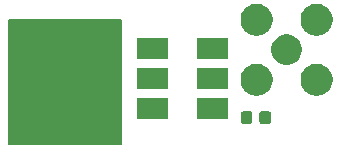
<source format=gbr>
G04 #@! TF.GenerationSoftware,KiCad,Pcbnew,(5.0.2)-1*
G04 #@! TF.CreationDate,2020-08-06T16:14:57-05:00*
G04 #@! TF.ProjectId,xform-plug,78666f72-6d2d-4706-9c75-672e6b696361,rev?*
G04 #@! TF.SameCoordinates,Original*
G04 #@! TF.FileFunction,Soldermask,Top*
G04 #@! TF.FilePolarity,Negative*
%FSLAX46Y46*%
G04 Gerber Fmt 4.6, Leading zero omitted, Abs format (unit mm)*
G04 Created by KiCad (PCBNEW (5.0.2)-1) date 8/6/2020 4:14:57 PM*
%MOMM*%
%LPD*%
G01*
G04 APERTURE LIST*
%ADD10C,0.150000*%
%ADD11C,0.100000*%
G04 APERTURE END LIST*
D10*
G36*
X0Y5000000D02*
X9500000Y5000000D01*
X9500000Y-5500000D01*
X0Y-5500000D01*
X0Y5000000D01*
G37*
X0Y5000000D02*
X9500000Y5000000D01*
X9500000Y-5500000D01*
X0Y-5500000D01*
X0Y5000000D01*
D11*
G36*
X20454591Y-2778085D02*
X20488569Y-2788393D01*
X20519887Y-2805133D01*
X20547339Y-2827661D01*
X20569867Y-2855113D01*
X20586607Y-2886431D01*
X20596915Y-2920409D01*
X20601000Y-2961890D01*
X20601000Y-3638110D01*
X20596915Y-3679591D01*
X20586607Y-3713569D01*
X20569867Y-3744887D01*
X20547339Y-3772339D01*
X20519887Y-3794867D01*
X20488569Y-3811607D01*
X20454591Y-3821915D01*
X20413110Y-3826000D01*
X19811890Y-3826000D01*
X19770409Y-3821915D01*
X19736431Y-3811607D01*
X19705113Y-3794867D01*
X19677661Y-3772339D01*
X19655133Y-3744887D01*
X19638393Y-3713569D01*
X19628085Y-3679591D01*
X19624000Y-3638110D01*
X19624000Y-2961890D01*
X19628085Y-2920409D01*
X19638393Y-2886431D01*
X19655133Y-2855113D01*
X19677661Y-2827661D01*
X19705113Y-2805133D01*
X19736431Y-2788393D01*
X19770409Y-2778085D01*
X19811890Y-2774000D01*
X20413110Y-2774000D01*
X20454591Y-2778085D01*
X20454591Y-2778085D01*
G37*
G36*
X22029591Y-2778085D02*
X22063569Y-2788393D01*
X22094887Y-2805133D01*
X22122339Y-2827661D01*
X22144867Y-2855113D01*
X22161607Y-2886431D01*
X22171915Y-2920409D01*
X22176000Y-2961890D01*
X22176000Y-3638110D01*
X22171915Y-3679591D01*
X22161607Y-3713569D01*
X22144867Y-3744887D01*
X22122339Y-3772339D01*
X22094887Y-3794867D01*
X22063569Y-3811607D01*
X22029591Y-3821915D01*
X21988110Y-3826000D01*
X21386890Y-3826000D01*
X21345409Y-3821915D01*
X21311431Y-3811607D01*
X21280113Y-3794867D01*
X21252661Y-3772339D01*
X21230133Y-3744887D01*
X21213393Y-3713569D01*
X21203085Y-3679591D01*
X21199000Y-3638110D01*
X21199000Y-2961890D01*
X21203085Y-2920409D01*
X21213393Y-2886431D01*
X21230133Y-2855113D01*
X21252661Y-2827661D01*
X21280113Y-2805133D01*
X21311431Y-2788393D01*
X21345409Y-2778085D01*
X21386890Y-2774000D01*
X21988110Y-2774000D01*
X22029591Y-2778085D01*
X22029591Y-2778085D01*
G37*
G36*
X13481000Y-3416000D02*
X10839000Y-3416000D01*
X10839000Y-1664000D01*
X13481000Y-1664000D01*
X13481000Y-3416000D01*
X13481000Y-3416000D01*
G37*
G36*
X18561000Y-3416000D02*
X15919000Y-3416000D01*
X15919000Y-1664000D01*
X18561000Y-1664000D01*
X18561000Y-3416000D01*
X18561000Y-3416000D01*
G37*
G36*
X26303567Y1235041D02*
X26434072Y1209082D01*
X26679939Y1107241D01*
X26900464Y959890D01*
X26901215Y959388D01*
X27089388Y771215D01*
X27089390Y771212D01*
X27237241Y549939D01*
X27339082Y304072D01*
X27391000Y43062D01*
X27391000Y-223062D01*
X27339082Y-484072D01*
X27237241Y-729939D01*
X27139645Y-876000D01*
X27089388Y-951215D01*
X26901215Y-1139388D01*
X26901212Y-1139390D01*
X26679939Y-1287241D01*
X26434072Y-1389082D01*
X26303567Y-1415041D01*
X26173063Y-1441000D01*
X25906937Y-1441000D01*
X25776433Y-1415041D01*
X25645928Y-1389082D01*
X25400061Y-1287241D01*
X25178788Y-1139390D01*
X25178785Y-1139388D01*
X24990612Y-951215D01*
X24940355Y-876000D01*
X24842759Y-729939D01*
X24740918Y-484072D01*
X24689000Y-223062D01*
X24689000Y43062D01*
X24740918Y304072D01*
X24842759Y549939D01*
X24990610Y771212D01*
X24990612Y771215D01*
X25178785Y959388D01*
X25179536Y959890D01*
X25400061Y1107241D01*
X25645928Y1209082D01*
X25776433Y1235041D01*
X25906937Y1261000D01*
X26173063Y1261000D01*
X26303567Y1235041D01*
X26303567Y1235041D01*
G37*
G36*
X21223567Y1235041D02*
X21354072Y1209082D01*
X21599939Y1107241D01*
X21820464Y959890D01*
X21821215Y959388D01*
X22009388Y771215D01*
X22009390Y771212D01*
X22157241Y549939D01*
X22259082Y304072D01*
X22311000Y43062D01*
X22311000Y-223062D01*
X22259082Y-484072D01*
X22157241Y-729939D01*
X22059645Y-876000D01*
X22009388Y-951215D01*
X21821215Y-1139388D01*
X21821212Y-1139390D01*
X21599939Y-1287241D01*
X21354072Y-1389082D01*
X21223567Y-1415041D01*
X21093063Y-1441000D01*
X20826937Y-1441000D01*
X20696433Y-1415041D01*
X20565928Y-1389082D01*
X20320061Y-1287241D01*
X20098788Y-1139390D01*
X20098785Y-1139388D01*
X19910612Y-951215D01*
X19860355Y-876000D01*
X19762759Y-729939D01*
X19660918Y-484072D01*
X19609000Y-223062D01*
X19609000Y43062D01*
X19660918Y304072D01*
X19762759Y549939D01*
X19910610Y771212D01*
X19910612Y771215D01*
X20098785Y959388D01*
X20099536Y959890D01*
X20320061Y1107241D01*
X20565928Y1209082D01*
X20696433Y1235041D01*
X20826937Y1261000D01*
X21093063Y1261000D01*
X21223567Y1235041D01*
X21223567Y1235041D01*
G37*
G36*
X18561000Y-876000D02*
X15919000Y-876000D01*
X15919000Y876000D01*
X18561000Y876000D01*
X18561000Y-876000D01*
X18561000Y-876000D01*
G37*
G36*
X13481000Y-876000D02*
X10839000Y-876000D01*
X10839000Y876000D01*
X13481000Y876000D01*
X13481000Y-876000D01*
X13481000Y-876000D01*
G37*
G36*
X23879485Y3701004D02*
X23879487Y3701003D01*
X23879488Y3701003D01*
X24116255Y3602931D01*
X24329342Y3460551D01*
X24510551Y3279342D01*
X24652931Y3066255D01*
X24751004Y2829485D01*
X24801000Y2578139D01*
X24801000Y2321861D01*
X24751004Y2070515D01*
X24652931Y1833745D01*
X24510551Y1620658D01*
X24329342Y1439449D01*
X24329339Y1439447D01*
X24116255Y1297069D01*
X23879488Y1198997D01*
X23879487Y1198997D01*
X23879485Y1198996D01*
X23628139Y1149000D01*
X23371861Y1149000D01*
X23120515Y1198996D01*
X23120513Y1198997D01*
X23120512Y1198997D01*
X22883745Y1297069D01*
X22670661Y1439447D01*
X22670658Y1439449D01*
X22489449Y1620658D01*
X22347069Y1833745D01*
X22248996Y2070515D01*
X22199000Y2321861D01*
X22199000Y2578139D01*
X22248996Y2829485D01*
X22347069Y3066255D01*
X22489449Y3279342D01*
X22670658Y3460551D01*
X22883745Y3602931D01*
X23120512Y3701003D01*
X23120513Y3701003D01*
X23120515Y3701004D01*
X23371861Y3751000D01*
X23628139Y3751000D01*
X23879485Y3701004D01*
X23879485Y3701004D01*
G37*
G36*
X13481000Y1664000D02*
X10839000Y1664000D01*
X10839000Y3416000D01*
X13481000Y3416000D01*
X13481000Y1664000D01*
X13481000Y1664000D01*
G37*
G36*
X18561000Y1664000D02*
X15919000Y1664000D01*
X15919000Y3416000D01*
X18561000Y3416000D01*
X18561000Y1664000D01*
X18561000Y1664000D01*
G37*
G36*
X21223567Y6315041D02*
X21354072Y6289082D01*
X21599939Y6187241D01*
X21820464Y6039890D01*
X21821215Y6039388D01*
X22009388Y5851215D01*
X22009390Y5851212D01*
X22157241Y5629939D01*
X22259082Y5384072D01*
X22311000Y5123062D01*
X22311000Y4856938D01*
X22259082Y4595928D01*
X22157241Y4350061D01*
X22009890Y4129536D01*
X22009388Y4128785D01*
X21821215Y3940612D01*
X21821212Y3940610D01*
X21599939Y3792759D01*
X21354072Y3690918D01*
X21223567Y3664959D01*
X21093063Y3639000D01*
X20826937Y3639000D01*
X20696433Y3664959D01*
X20565928Y3690918D01*
X20320061Y3792759D01*
X20098788Y3940610D01*
X20098785Y3940612D01*
X19910612Y4128785D01*
X19910110Y4129536D01*
X19762759Y4350061D01*
X19660918Y4595928D01*
X19609000Y4856938D01*
X19609000Y5123062D01*
X19660918Y5384072D01*
X19762759Y5629939D01*
X19910610Y5851212D01*
X19910612Y5851215D01*
X20098785Y6039388D01*
X20099536Y6039890D01*
X20320061Y6187241D01*
X20565928Y6289082D01*
X20696433Y6315041D01*
X20826937Y6341000D01*
X21093063Y6341000D01*
X21223567Y6315041D01*
X21223567Y6315041D01*
G37*
G36*
X26303567Y6315041D02*
X26434072Y6289082D01*
X26679939Y6187241D01*
X26900464Y6039890D01*
X26901215Y6039388D01*
X27089388Y5851215D01*
X27089390Y5851212D01*
X27237241Y5629939D01*
X27339082Y5384072D01*
X27391000Y5123062D01*
X27391000Y4856938D01*
X27339082Y4595928D01*
X27237241Y4350061D01*
X27089890Y4129536D01*
X27089388Y4128785D01*
X26901215Y3940612D01*
X26901212Y3940610D01*
X26679939Y3792759D01*
X26434072Y3690918D01*
X26303567Y3664959D01*
X26173063Y3639000D01*
X25906937Y3639000D01*
X25776433Y3664959D01*
X25645928Y3690918D01*
X25400061Y3792759D01*
X25178788Y3940610D01*
X25178785Y3940612D01*
X24990612Y4128785D01*
X24990110Y4129536D01*
X24842759Y4350061D01*
X24740918Y4595928D01*
X24689000Y4856938D01*
X24689000Y5123062D01*
X24740918Y5384072D01*
X24842759Y5629939D01*
X24990610Y5851212D01*
X24990612Y5851215D01*
X25178785Y6039388D01*
X25179536Y6039890D01*
X25400061Y6187241D01*
X25645928Y6289082D01*
X25776433Y6315041D01*
X25906937Y6341000D01*
X26173063Y6341000D01*
X26303567Y6315041D01*
X26303567Y6315041D01*
G37*
M02*

</source>
